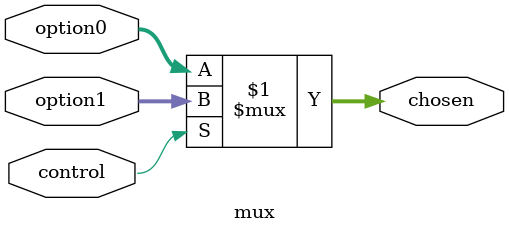
<source format=v>
`include "ALU.v"
`include "regfile.v"

module datapath(
  output reg [31:0] PC,
  output Zero,
  output [31:0] dAddress,
  output [31:0] dWriteData,
  output [31:0] WriteBackData,
  input clk,
  input rst,
  input [31:0] instr,
  input PCSrc,
  input ALUSrc,
  input RegWrite,
  input MemToReg,
  input [3:0] ALUCtrl,
  input loadPC,
  input [31:0] dReadData);
  
  parameter INITIAL_PC=32'h00400000; //0x00400000
  parameter opcode_R=7'b0110011; 
  parameter opcode_I=7'b0010011; 
  parameter opcode_S=7'b0100011;
  parameter opcode_B=7'b1100011;
  parameter opcode_LW=7'b0000011;//LW is type Immediate, but has different opcode
  
  
 
  //internal nets
  
  reg [4:0] i1;	//regfile input, readReg1
  reg [4:0] i2;	//regfile input, readReg2
  reg [4:0] i3;  //regfile input, writeReg 
  reg [11:0] imm12;  //immediate value
  reg [31:0] imm32;
  wire [31:0] n1;  //connects readData1 with op1 of ALU
  wire [31:0] n2;  //connects readData2 with the mux that decides whether ALU's second operant is an immediate value or a register's value, and with dWriteData of RAM.
  wire [31:0] n3;  //connects the output of the mux with op2 of ALU
  wire [31:0] n4;	//connects the ALU's result with dAddress of RAM, and with the mux that decides the value of WriteBackData
  //
  
  initial begin
    PC=INITIAL_PC;
  end
  
  always @(instr) begin		
    
  
    i1=instr[19:15]; //internal net that connects to readReg1
    i2=instr[24:20]; //internal net that connects to readReg2
    i3=instr[11:7]; //internal net that connects to writeReg
    
    if(instr[6:0]==opcode_I || instr[6:0]==opcode_LW) //imm gen
      imm12=instr[31:20]; //for I types
    else if(instr[6:0]==opcode_S)
      imm12={instr[31:25], instr[11:7]}; //for S types
    else if(instr[6:0]==opcode_B)
      imm12={instr[31],instr[7],instr[30:25],instr[11:8]}; //for B types
    else if(instr[6:0]==opcode_R)
      imm12=12'b000000000000;	//if it's an R type, no immediate value is used, so it doesn't matter what
    else begin							//imm12 is. Set it to 0 instead of x to avoid unpredictable behaviour.
      $display ("Invalid Opcode at Imm Gen");
      imm12=12'b000000000000;//new addition to the code
    end
    imm32={ {20{imm12[11]}},imm12 };
    
  end 
  
  regfile REGFL(.readData1(n1), .readData2(n2), .clk(clk), .readReg1(i1), .readReg2(i2), .writeReg(i3) , .writeData(WriteBackData), .write(RegWrite));
  mux MUX1(.chosen(n3), .option0(n2), .option1(imm32), .control(ALUSrc));//If ALUSrc=0, ALU gets rs2, otherwise ALU gets immediate data
  ALU ALU_DATAPATH (.result(n4), .zero(Zero), .op1(n1), .op2(n3), .alu_op(ALUCtrl) );
  
  assign dWriteData=n2;	//wires can't be assigned values inside always blocks
  assign dAddress=n4;		//n4 is the result output of the ALU

  
  mux MUX2(.chosen(WriteBackData), .option0(n4), .option1(dReadData), .control(MemToReg));
      
  always @(posedge clk) begin
    if (!rst)
      PC<=INITIAL_PC;
      
    else if(loadPC) begin
      if(PCSrc) //multiplexer 
        PC<=PC+(imm32<<1);//PC + branch_offset (Branch Target)
      else 
        PC<=PC+4;//PC + 4 (όταν το πρόγραμμα προχωρά στην επόμενη εντολή στη μνήμη)
    end
  end        
      
endmodule    
        
      
module mux(
  output wire [31:0] chosen,
  input wire [31:0] option0,
  input wire [31:0] option1,
  input wire control);     
        
  assign chosen=(control) ? (option1) : (option0);
												
endmodule

</source>
